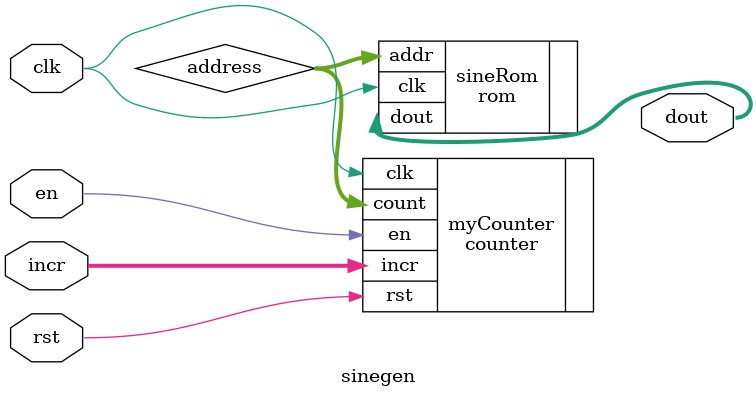
<source format=sv>
module sinegen #(
    parameter   A_WIDTH = 8,
                D_WIDTH = 8
)(
  // interface signals  
  input  logic               clk,      // clock 
  input  logic               rst,      // reset 
  input  logic               en,       // enable
  input  logic [D_WIDTH-1:0] incr,     // increment for addr counter
  output logic [D_WIDTH-1:0] dout      // output data
);

  wire  [A_WIDTH-1:0]        address;    // interconnect wire

counter myCounter (
  .clk (clk),
  .rst (rst),
  .en (en),
  .incr (incr),
  .count (address)
);

rom sineRom (
  .clk (clk),
  .addr (address),
  .dout (dout)
);

endmodule

</source>
